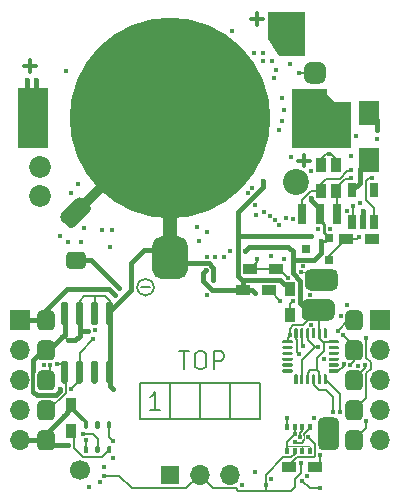
<source format=gtl>
%TF.GenerationSoftware,KiCad,Pcbnew,(5.1.12)-1*%
%TF.CreationDate,2023-02-20T19:38:16+01:00*%
%TF.ProjectId,SolarSensorTagEFM32,536f6c61-7253-4656-9e73-6f7254616745,rev?*%
%TF.SameCoordinates,Original*%
%TF.FileFunction,Copper,L1,Top*%
%TF.FilePolarity,Positive*%
%FSLAX46Y46*%
G04 Gerber Fmt 4.6, Leading zero omitted, Abs format (unit mm)*
G04 Created by KiCad (PCBNEW (5.1.12)-1) date 2023-02-20 19:38:16*
%MOMM*%
%LPD*%
G01*
G04 APERTURE LIST*
%TA.AperFunction,NonConductor*%
%ADD10C,0.150000*%
%TD*%
%TA.AperFunction,NonConductor*%
%ADD11C,0.200000*%
%TD*%
%TA.AperFunction,NonConductor*%
%ADD12C,0.300000*%
%TD*%
%TA.AperFunction,EtchedComponent*%
%ADD13C,0.200000*%
%TD*%
%TA.AperFunction,SMDPad,CuDef*%
%ADD14R,1.200000X0.900000*%
%TD*%
%TA.AperFunction,ComponentPad*%
%ADD15C,2.200000*%
%TD*%
%TA.AperFunction,SMDPad,CuDef*%
%ADD16C,0.100000*%
%TD*%
%TA.AperFunction,SMDPad,CuDef*%
%ADD17R,2.600000X5.100000*%
%TD*%
%TA.AperFunction,SMDPad,CuDef*%
%ADD18C,17.000000*%
%TD*%
%TA.AperFunction,ComponentPad*%
%ADD19C,1.850000*%
%TD*%
%TA.AperFunction,ComponentPad*%
%ADD20R,1.500000X1.500000*%
%TD*%
%TA.AperFunction,ComponentPad*%
%ADD21O,1.700000X1.700000*%
%TD*%
%TA.AperFunction,ComponentPad*%
%ADD22C,1.700000*%
%TD*%
%TA.AperFunction,SMDPad,CuDef*%
%ADD23R,0.800000X1.200000*%
%TD*%
%TA.AperFunction,SMDPad,CuDef*%
%ADD24R,0.650000X1.200000*%
%TD*%
%TA.AperFunction,SMDPad,CuDef*%
%ADD25R,0.600000X1.200000*%
%TD*%
%TA.AperFunction,SMDPad,CuDef*%
%ADD26R,0.800000X1.800000*%
%TD*%
%TA.AperFunction,SMDPad,CuDef*%
%ADD27R,1.700000X2.000000*%
%TD*%
%TA.AperFunction,SMDPad,CuDef*%
%ADD28R,0.800000X0.800000*%
%TD*%
%TA.AperFunction,SMDPad,CuDef*%
%ADD29R,0.350000X0.500000*%
%TD*%
%TA.AperFunction,ComponentPad*%
%ADD30R,1.700000X1.700000*%
%TD*%
%TA.AperFunction,SMDPad,CuDef*%
%ADD31R,0.900000X1.200000*%
%TD*%
%TA.AperFunction,ViaPad*%
%ADD32C,0.400000*%
%TD*%
%TA.AperFunction,Conductor*%
%ADD33C,0.200000*%
%TD*%
%TA.AperFunction,Conductor*%
%ADD34C,0.100000*%
%TD*%
%TA.AperFunction,Conductor*%
%ADD35C,0.400000*%
%TD*%
%TA.AperFunction,Conductor*%
%ADD36C,0.300000*%
%TD*%
%TA.AperFunction,Conductor*%
%ADD37C,0.240000*%
%TD*%
G04 APERTURE END LIST*
D10*
X-3873500Y-1005000D02*
G75*
G03*
X-3873500Y-1005000I-700000J0D01*
G01*
X-4953000Y-1016000D02*
X-4191000Y-1016000D01*
X5080000Y-12192000D02*
X-5080000Y-12192000D01*
X5080000Y-9144000D02*
X5080000Y-12192000D01*
X2540000Y-9144000D02*
X2540000Y-12192000D01*
X0Y-9144000D02*
X0Y-12192000D01*
X-5080000Y-12192000D02*
X-5080000Y-9144000D01*
X-2540000Y-9144000D02*
X-2540000Y-12192000D01*
X-5080000Y-9144000D02*
X5080000Y-9144000D01*
D11*
X-3330628Y-11378571D02*
X-4187771Y-11378571D01*
X-3759200Y-11378571D02*
X-3759200Y-9878571D01*
X-3902057Y-10092857D01*
X-4044914Y-10235714D01*
X-4187771Y-10307142D01*
D12*
X8331261Y9727142D02*
X9321738Y9727142D01*
X8826500Y9231904D02*
X8826500Y10222380D01*
X4381561Y21700342D02*
X5372038Y21700342D01*
X4876800Y21205104D02*
X4876800Y22195580D01*
X-14846238Y17727142D02*
X-13855761Y17727142D01*
X-14351000Y17231904D02*
X-14351000Y18222380D01*
D11*
X-1710285Y-6442971D02*
X-853142Y-6442971D01*
X-1281714Y-7942971D02*
X-1281714Y-6442971D01*
X-67428Y-6442971D02*
X218285Y-6442971D01*
X361142Y-6514400D01*
X504000Y-6657257D01*
X575428Y-6942971D01*
X575428Y-7442971D01*
X504000Y-7728685D01*
X361142Y-7871542D01*
X218285Y-7942971D01*
X-67428Y-7942971D01*
X-210285Y-7871542D01*
X-353142Y-7728685D01*
X-424571Y-7442971D01*
X-424571Y-6942971D01*
X-353142Y-6657257D01*
X-210285Y-6514400D01*
X-67428Y-6442971D01*
X1218285Y-7942971D02*
X1218285Y-6442971D01*
X1789714Y-6442971D01*
X1932571Y-6514400D01*
X2003999Y-6585828D01*
X2075428Y-6728685D01*
X2075428Y-6942971D01*
X2003999Y-7085828D01*
X1932571Y-7157257D01*
X1789714Y-7228685D01*
X1218285Y-7228685D01*
D13*
%TO.C,R3*%
X4847500Y571500D02*
X5947500Y571500D01*
%TD*%
D14*
%TO.P,D7,2*%
%TO.N,/SP+*%
X12362000Y3048000D03*
%TO.P,D7,1*%
%TO.N,/VBAT*%
X14562000Y3048000D03*
%TD*%
%TO.P,IC_S2,6*%
%TO.N,GND*%
%TA.AperFunction,SMDPad,CuDef*%
G36*
G01*
X-9548500Y-12971000D02*
X-9723500Y-12971000D01*
G75*
G02*
X-9811000Y-12883500I0J87500D01*
G01*
X-9811000Y-12448500D01*
G75*
G02*
X-9723500Y-12361000I87500J0D01*
G01*
X-9548500Y-12361000D01*
G75*
G02*
X-9461000Y-12448500I0J-87500D01*
G01*
X-9461000Y-12883500D01*
G75*
G02*
X-9548500Y-12971000I-87500J0D01*
G01*
G37*
%TD.AperFunction*%
%TO.P,IC_S2,5*%
%TO.N,N/C*%
%TA.AperFunction,SMDPad,CuDef*%
G36*
G01*
X-8548500Y-12971000D02*
X-8723500Y-12971000D01*
G75*
G02*
X-8811000Y-12883500I0J87500D01*
G01*
X-8811000Y-12448500D01*
G75*
G02*
X-8723500Y-12361000I87500J0D01*
G01*
X-8548500Y-12361000D01*
G75*
G02*
X-8461000Y-12448500I0J-87500D01*
G01*
X-8461000Y-12883500D01*
G75*
G02*
X-8548500Y-12971000I-87500J0D01*
G01*
G37*
%TD.AperFunction*%
%TO.P,IC_S2,4*%
%TO.N,/VI2C*%
%TA.AperFunction,SMDPad,CuDef*%
G36*
G01*
X-7548500Y-12971000D02*
X-7723500Y-12971000D01*
G75*
G02*
X-7811000Y-12883500I0J87500D01*
G01*
X-7811000Y-12448500D01*
G75*
G02*
X-7723500Y-12361000I87500J0D01*
G01*
X-7548500Y-12361000D01*
G75*
G02*
X-7461000Y-12448500I0J-87500D01*
G01*
X-7461000Y-12883500D01*
G75*
G02*
X-7548500Y-12971000I-87500J0D01*
G01*
G37*
%TD.AperFunction*%
%TO.P,IC_S2,3*%
%TO.N,Net-(C_S2-Pad2)*%
%TA.AperFunction,SMDPad,CuDef*%
G36*
G01*
X-7548500Y-15071000D02*
X-7723500Y-15071000D01*
G75*
G02*
X-7811000Y-14983500I0J87500D01*
G01*
X-7811000Y-14548500D01*
G75*
G02*
X-7723500Y-14461000I87500J0D01*
G01*
X-7548500Y-14461000D01*
G75*
G02*
X-7461000Y-14548500I0J-87500D01*
G01*
X-7461000Y-14983500D01*
G75*
G02*
X-7548500Y-15071000I-87500J0D01*
G01*
G37*
%TD.AperFunction*%
%TO.P,IC_S2,2*%
%TO.N,/I2C_SDA*%
%TA.AperFunction,SMDPad,CuDef*%
G36*
G01*
X-8548500Y-15071000D02*
X-8723500Y-15071000D01*
G75*
G02*
X-8811000Y-14983500I0J87500D01*
G01*
X-8811000Y-14548500D01*
G75*
G02*
X-8723500Y-14461000I87500J0D01*
G01*
X-8548500Y-14461000D01*
G75*
G02*
X-8461000Y-14548500I0J-87500D01*
G01*
X-8461000Y-14983500D01*
G75*
G02*
X-8548500Y-15071000I-87500J0D01*
G01*
G37*
%TD.AperFunction*%
%TO.P,IC_S2,1*%
%TO.N,/I2C_SCL*%
%TA.AperFunction,SMDPad,CuDef*%
G36*
G01*
X-9548500Y-15071000D02*
X-9723500Y-15071000D01*
G75*
G02*
X-9811000Y-14983500I0J87500D01*
G01*
X-9811000Y-14548500D01*
G75*
G02*
X-9723500Y-14461000I87500J0D01*
G01*
X-9548500Y-14461000D01*
G75*
G02*
X-9461000Y-14548500I0J-87500D01*
G01*
X-9461000Y-14983500D01*
G75*
G02*
X-9548500Y-15071000I-87500J0D01*
G01*
G37*
%TD.AperFunction*%
%TD*%
D15*
%TO.P,IC6,33*%
%TO.N,GND*%
X8144000Y7869000D03*
%TD*%
%TA.AperFunction,SMDPad,CuDef*%
D16*
%TO.P,BT1,1*%
%TO.N,/VBAT*%
G36*
X7800000Y15800000D02*
G01*
X10800000Y15800000D01*
X10800000Y15400000D01*
X11500000Y14700000D01*
X12800000Y14700000D01*
X12800000Y10800000D01*
X7800000Y10800000D01*
X7800000Y15800000D01*
G37*
%TD.AperFunction*%
%TA.AperFunction,SMDPad,CuDef*%
G36*
X5800000Y20000000D02*
G01*
X5800000Y22300000D01*
X8900000Y22300000D01*
X8900000Y18600000D01*
X6700000Y18600000D01*
X5800000Y20000000D01*
G37*
%TD.AperFunction*%
%TO.P,BT1,2*%
%TO.N,GND*%
%TA.AperFunction,SMDPad,CuDef*%
G36*
G01*
X-7930762Y8152081D02*
X-7647919Y7869238D01*
G75*
G02*
X-7647919Y7586396I-141421J-141421D01*
G01*
X-9486396Y5747919D01*
G75*
G02*
X-9769238Y5747919I-141421J141421D01*
G01*
X-10052081Y6030762D01*
G75*
G02*
X-10052081Y6313604I141421J141421D01*
G01*
X-8213604Y8152081D01*
G75*
G02*
X-7930762Y8152081I141421J-141421D01*
G01*
G37*
%TD.AperFunction*%
%TA.AperFunction,SMDPad,CuDef*%
G36*
G01*
X-9863604Y6502082D02*
X-9297918Y5936396D01*
G75*
G02*
X-9297918Y5370710I-282843J-282843D01*
G01*
X-10570710Y4097918D01*
G75*
G02*
X-11136396Y4097918I-282843J282843D01*
G01*
X-11702082Y4663604D01*
G75*
G02*
X-11702082Y5229290I282843J282843D01*
G01*
X-10429290Y6502082D01*
G75*
G02*
X-9863604Y6502082I282843J-282843D01*
G01*
G37*
%TD.AperFunction*%
%TA.AperFunction,SMDPad,CuDef*%
G36*
G01*
X-1000000Y2550000D02*
X-1000000Y450000D01*
G75*
G02*
X-1750000Y-300000I-750000J0D01*
G01*
X-3250000Y-300000D01*
G75*
G02*
X-4000000Y450000I0J750000D01*
G01*
X-4000000Y2550000D01*
G75*
G02*
X-3250000Y3300000I750000J0D01*
G01*
X-1750000Y3300000D01*
G75*
G02*
X-1000000Y2550000I0J-750000D01*
G01*
G37*
%TD.AperFunction*%
D17*
%TO.P,BT1,1*%
%TO.N,/VBAT*%
X-14100000Y13300000D03*
D18*
%TO.P,BT1,2*%
%TO.N,GND*%
X-2500000Y13300000D03*
%TA.AperFunction,SMDPad,CuDef*%
G36*
G01*
X-1900000Y6000000D02*
X-1900000Y2600000D01*
G75*
G02*
X-2200000Y2300000I-300000J0D01*
G01*
X-2800000Y2300000D01*
G75*
G02*
X-3100000Y2600000I0J300000D01*
G01*
X-3100000Y6000000D01*
G75*
G02*
X-2800000Y6300000I300000J0D01*
G01*
X-2200000Y6300000D01*
G75*
G02*
X-1900000Y6000000I0J-300000D01*
G01*
G37*
%TD.AperFunction*%
%TD*%
D19*
%TO.P,TRX1,10*%
%TO.N,N/C*%
X-13500000Y9200000D03*
%TO.P,TRX1,9*%
X-13500000Y6700000D03*
%TD*%
%TO.P,J4,1*%
%TO.N,/VBAT*%
%TA.AperFunction,SMDPad,CuDef*%
G36*
G01*
X-9985000Y520000D02*
X-10935000Y520000D01*
G75*
G02*
X-11310000Y895000I0J375000D01*
G01*
X-11310000Y1645000D01*
G75*
G02*
X-10935000Y2020000I375000J0D01*
G01*
X-9985000Y2020000D01*
G75*
G02*
X-9610000Y1645000I0J-375000D01*
G01*
X-9610000Y895000D01*
G75*
G02*
X-9985000Y520000I-375000J0D01*
G01*
G37*
%TD.AperFunction*%
%TD*%
%TO.P,IC_S8,24*%
%TO.N,/I2C_SDA*%
%TA.AperFunction,SMDPad,CuDef*%
G36*
G01*
X8223000Y-5333000D02*
X8073000Y-5333000D01*
G75*
G02*
X7998000Y-5258000I0J75000D01*
G01*
X7998000Y-4558000D01*
G75*
G02*
X8073000Y-4483000I75000J0D01*
G01*
X8223000Y-4483000D01*
G75*
G02*
X8298000Y-4558000I0J-75000D01*
G01*
X8298000Y-5258000D01*
G75*
G02*
X8223000Y-5333000I-75000J0D01*
G01*
G37*
%TD.AperFunction*%
%TO.P,IC_S8,23*%
%TO.N,/I2C_SCL*%
%TA.AperFunction,SMDPad,CuDef*%
G36*
G01*
X8723000Y-5333000D02*
X8573000Y-5333000D01*
G75*
G02*
X8498000Y-5258000I0J75000D01*
G01*
X8498000Y-4558000D01*
G75*
G02*
X8573000Y-4483000I75000J0D01*
G01*
X8723000Y-4483000D01*
G75*
G02*
X8798000Y-4558000I0J-75000D01*
G01*
X8798000Y-5258000D01*
G75*
G02*
X8723000Y-5333000I-75000J0D01*
G01*
G37*
%TD.AperFunction*%
%TO.P,IC_S8,22*%
%TO.N,/VI2C*%
%TA.AperFunction,SMDPad,CuDef*%
G36*
G01*
X9223000Y-5333000D02*
X9073000Y-5333000D01*
G75*
G02*
X8998000Y-5258000I0J75000D01*
G01*
X8998000Y-4558000D01*
G75*
G02*
X9073000Y-4483000I75000J0D01*
G01*
X9223000Y-4483000D01*
G75*
G02*
X9298000Y-4558000I0J-75000D01*
G01*
X9298000Y-5258000D01*
G75*
G02*
X9223000Y-5333000I-75000J0D01*
G01*
G37*
%TD.AperFunction*%
%TO.P,IC_S8,21*%
%TO.N,N/C*%
%TA.AperFunction,SMDPad,CuDef*%
G36*
G01*
X9723000Y-5333000D02*
X9573000Y-5333000D01*
G75*
G02*
X9498000Y-5258000I0J75000D01*
G01*
X9498000Y-4558000D01*
G75*
G02*
X9573000Y-4483000I75000J0D01*
G01*
X9723000Y-4483000D01*
G75*
G02*
X9798000Y-4558000I0J-75000D01*
G01*
X9798000Y-5258000D01*
G75*
G02*
X9723000Y-5333000I-75000J0D01*
G01*
G37*
%TD.AperFunction*%
%TO.P,IC_S8,20*%
%TO.N,GND*%
%TA.AperFunction,SMDPad,CuDef*%
G36*
G01*
X10223000Y-5333000D02*
X10073000Y-5333000D01*
G75*
G02*
X9998000Y-5258000I0J75000D01*
G01*
X9998000Y-4558000D01*
G75*
G02*
X10073000Y-4483000I75000J0D01*
G01*
X10223000Y-4483000D01*
G75*
G02*
X10298000Y-4558000I0J-75000D01*
G01*
X10298000Y-5258000D01*
G75*
G02*
X10223000Y-5333000I-75000J0D01*
G01*
G37*
%TD.AperFunction*%
%TO.P,IC_S8,19*%
%TO.N,N/C*%
%TA.AperFunction,SMDPad,CuDef*%
G36*
G01*
X10723000Y-5333000D02*
X10573000Y-5333000D01*
G75*
G02*
X10498000Y-5258000I0J75000D01*
G01*
X10498000Y-4558000D01*
G75*
G02*
X10573000Y-4483000I75000J0D01*
G01*
X10723000Y-4483000D01*
G75*
G02*
X10798000Y-4558000I0J-75000D01*
G01*
X10798000Y-5258000D01*
G75*
G02*
X10723000Y-5333000I-75000J0D01*
G01*
G37*
%TD.AperFunction*%
%TO.P,IC_S8,18*%
%TO.N,GND*%
%TA.AperFunction,SMDPad,CuDef*%
G36*
G01*
X10923000Y-5683000D02*
X10923000Y-5533000D01*
G75*
G02*
X10998000Y-5458000I75000J0D01*
G01*
X11698000Y-5458000D01*
G75*
G02*
X11773000Y-5533000I0J-75000D01*
G01*
X11773000Y-5683000D01*
G75*
G02*
X11698000Y-5758000I-75000J0D01*
G01*
X10998000Y-5758000D01*
G75*
G02*
X10923000Y-5683000I0J75000D01*
G01*
G37*
%TD.AperFunction*%
%TO.P,IC_S8,17*%
%TO.N,N/C*%
%TA.AperFunction,SMDPad,CuDef*%
G36*
G01*
X10923000Y-6183000D02*
X10923000Y-6033000D01*
G75*
G02*
X10998000Y-5958000I75000J0D01*
G01*
X11698000Y-5958000D01*
G75*
G02*
X11773000Y-6033000I0J-75000D01*
G01*
X11773000Y-6183000D01*
G75*
G02*
X11698000Y-6258000I-75000J0D01*
G01*
X10998000Y-6258000D01*
G75*
G02*
X10923000Y-6183000I0J75000D01*
G01*
G37*
%TD.AperFunction*%
%TO.P,IC_S8,16*%
%TA.AperFunction,SMDPad,CuDef*%
G36*
G01*
X10923000Y-6683000D02*
X10923000Y-6533000D01*
G75*
G02*
X10998000Y-6458000I75000J0D01*
G01*
X11698000Y-6458000D01*
G75*
G02*
X11773000Y-6533000I0J-75000D01*
G01*
X11773000Y-6683000D01*
G75*
G02*
X11698000Y-6758000I-75000J0D01*
G01*
X10998000Y-6758000D01*
G75*
G02*
X10923000Y-6683000I0J75000D01*
G01*
G37*
%TD.AperFunction*%
%TO.P,IC_S8,15*%
%TA.AperFunction,SMDPad,CuDef*%
G36*
G01*
X10923000Y-7183000D02*
X10923000Y-7033000D01*
G75*
G02*
X10998000Y-6958000I75000J0D01*
G01*
X11698000Y-6958000D01*
G75*
G02*
X11773000Y-7033000I0J-75000D01*
G01*
X11773000Y-7183000D01*
G75*
G02*
X11698000Y-7258000I-75000J0D01*
G01*
X10998000Y-7258000D01*
G75*
G02*
X10923000Y-7183000I0J75000D01*
G01*
G37*
%TD.AperFunction*%
%TO.P,IC_S8,14*%
%TA.AperFunction,SMDPad,CuDef*%
G36*
G01*
X10923000Y-7683000D02*
X10923000Y-7533000D01*
G75*
G02*
X10998000Y-7458000I75000J0D01*
G01*
X11698000Y-7458000D01*
G75*
G02*
X11773000Y-7533000I0J-75000D01*
G01*
X11773000Y-7683000D01*
G75*
G02*
X11698000Y-7758000I-75000J0D01*
G01*
X10998000Y-7758000D01*
G75*
G02*
X10923000Y-7683000I0J75000D01*
G01*
G37*
%TD.AperFunction*%
%TO.P,IC_S8,13*%
%TO.N,+3V0*%
%TA.AperFunction,SMDPad,CuDef*%
G36*
G01*
X10923000Y-8183000D02*
X10923000Y-8033000D01*
G75*
G02*
X10998000Y-7958000I75000J0D01*
G01*
X11698000Y-7958000D01*
G75*
G02*
X11773000Y-8033000I0J-75000D01*
G01*
X11773000Y-8183000D01*
G75*
G02*
X11698000Y-8258000I-75000J0D01*
G01*
X10998000Y-8258000D01*
G75*
G02*
X10923000Y-8183000I0J75000D01*
G01*
G37*
%TD.AperFunction*%
%TO.P,IC_S8,12*%
%TO.N,Net-(D_S78-Pad2)*%
%TA.AperFunction,SMDPad,CuDef*%
G36*
G01*
X10723000Y-9233000D02*
X10573000Y-9233000D01*
G75*
G02*
X10498000Y-9158000I0J75000D01*
G01*
X10498000Y-8458000D01*
G75*
G02*
X10573000Y-8383000I75000J0D01*
G01*
X10723000Y-8383000D01*
G75*
G02*
X10798000Y-8458000I0J-75000D01*
G01*
X10798000Y-9158000D01*
G75*
G02*
X10723000Y-9233000I-75000J0D01*
G01*
G37*
%TD.AperFunction*%
%TO.P,IC_S8,11*%
%TO.N,GND*%
%TA.AperFunction,SMDPad,CuDef*%
G36*
G01*
X10223000Y-9233000D02*
X10073000Y-9233000D01*
G75*
G02*
X9998000Y-9158000I0J75000D01*
G01*
X9998000Y-8458000D01*
G75*
G02*
X10073000Y-8383000I75000J0D01*
G01*
X10223000Y-8383000D01*
G75*
G02*
X10298000Y-8458000I0J-75000D01*
G01*
X10298000Y-9158000D01*
G75*
G02*
X10223000Y-9233000I-75000J0D01*
G01*
G37*
%TD.AperFunction*%
%TO.P,IC_S8,10*%
%TO.N,Net-(C_S8-Pad2)*%
%TA.AperFunction,SMDPad,CuDef*%
G36*
G01*
X9723000Y-9233000D02*
X9573000Y-9233000D01*
G75*
G02*
X9498000Y-9158000I0J75000D01*
G01*
X9498000Y-8458000D01*
G75*
G02*
X9573000Y-8383000I75000J0D01*
G01*
X9723000Y-8383000D01*
G75*
G02*
X9798000Y-8458000I0J-75000D01*
G01*
X9798000Y-9158000D01*
G75*
G02*
X9723000Y-9233000I-75000J0D01*
G01*
G37*
%TD.AperFunction*%
%TO.P,IC_S8,9*%
%TO.N,GND*%
%TA.AperFunction,SMDPad,CuDef*%
G36*
G01*
X9223000Y-9233000D02*
X9073000Y-9233000D01*
G75*
G02*
X8998000Y-9158000I0J75000D01*
G01*
X8998000Y-8458000D01*
G75*
G02*
X9073000Y-8383000I75000J0D01*
G01*
X9223000Y-8383000D01*
G75*
G02*
X9298000Y-8458000I0J-75000D01*
G01*
X9298000Y-9158000D01*
G75*
G02*
X9223000Y-9233000I-75000J0D01*
G01*
G37*
%TD.AperFunction*%
%TO.P,IC_S8,8*%
%TO.N,/VI2C*%
%TA.AperFunction,SMDPad,CuDef*%
G36*
G01*
X8723000Y-9233000D02*
X8573000Y-9233000D01*
G75*
G02*
X8498000Y-9158000I0J75000D01*
G01*
X8498000Y-8458000D01*
G75*
G02*
X8573000Y-8383000I75000J0D01*
G01*
X8723000Y-8383000D01*
G75*
G02*
X8798000Y-8458000I0J-75000D01*
G01*
X8798000Y-9158000D01*
G75*
G02*
X8723000Y-9233000I-75000J0D01*
G01*
G37*
%TD.AperFunction*%
%TO.P,IC_S8,7*%
%TO.N,N/C*%
%TA.AperFunction,SMDPad,CuDef*%
G36*
G01*
X8223000Y-9233000D02*
X8073000Y-9233000D01*
G75*
G02*
X7998000Y-9158000I0J75000D01*
G01*
X7998000Y-8458000D01*
G75*
G02*
X8073000Y-8383000I75000J0D01*
G01*
X8223000Y-8383000D01*
G75*
G02*
X8298000Y-8458000I0J-75000D01*
G01*
X8298000Y-9158000D01*
G75*
G02*
X8223000Y-9233000I-75000J0D01*
G01*
G37*
%TD.AperFunction*%
%TO.P,IC_S8,6*%
%TA.AperFunction,SMDPad,CuDef*%
G36*
G01*
X7023000Y-8183000D02*
X7023000Y-8033000D01*
G75*
G02*
X7098000Y-7958000I75000J0D01*
G01*
X7798000Y-7958000D01*
G75*
G02*
X7873000Y-8033000I0J-75000D01*
G01*
X7873000Y-8183000D01*
G75*
G02*
X7798000Y-8258000I-75000J0D01*
G01*
X7098000Y-8258000D01*
G75*
G02*
X7023000Y-8183000I0J75000D01*
G01*
G37*
%TD.AperFunction*%
%TO.P,IC_S8,5*%
%TA.AperFunction,SMDPad,CuDef*%
G36*
G01*
X7023000Y-7683000D02*
X7023000Y-7533000D01*
G75*
G02*
X7098000Y-7458000I75000J0D01*
G01*
X7798000Y-7458000D01*
G75*
G02*
X7873000Y-7533000I0J-75000D01*
G01*
X7873000Y-7683000D01*
G75*
G02*
X7798000Y-7758000I-75000J0D01*
G01*
X7098000Y-7758000D01*
G75*
G02*
X7023000Y-7683000I0J75000D01*
G01*
G37*
%TD.AperFunction*%
%TO.P,IC_S8,4*%
%TA.AperFunction,SMDPad,CuDef*%
G36*
G01*
X7023000Y-7183000D02*
X7023000Y-7033000D01*
G75*
G02*
X7098000Y-6958000I75000J0D01*
G01*
X7798000Y-6958000D01*
G75*
G02*
X7873000Y-7033000I0J-75000D01*
G01*
X7873000Y-7183000D01*
G75*
G02*
X7798000Y-7258000I-75000J0D01*
G01*
X7098000Y-7258000D01*
G75*
G02*
X7023000Y-7183000I0J75000D01*
G01*
G37*
%TD.AperFunction*%
%TO.P,IC_S8,3*%
%TA.AperFunction,SMDPad,CuDef*%
G36*
G01*
X7023000Y-6683000D02*
X7023000Y-6533000D01*
G75*
G02*
X7098000Y-6458000I75000J0D01*
G01*
X7798000Y-6458000D01*
G75*
G02*
X7873000Y-6533000I0J-75000D01*
G01*
X7873000Y-6683000D01*
G75*
G02*
X7798000Y-6758000I-75000J0D01*
G01*
X7098000Y-6758000D01*
G75*
G02*
X7023000Y-6683000I0J75000D01*
G01*
G37*
%TD.AperFunction*%
%TO.P,IC_S8,2*%
%TA.AperFunction,SMDPad,CuDef*%
G36*
G01*
X7023000Y-6183000D02*
X7023000Y-6033000D01*
G75*
G02*
X7098000Y-5958000I75000J0D01*
G01*
X7798000Y-5958000D01*
G75*
G02*
X7873000Y-6033000I0J-75000D01*
G01*
X7873000Y-6183000D01*
G75*
G02*
X7798000Y-6258000I-75000J0D01*
G01*
X7098000Y-6258000D01*
G75*
G02*
X7023000Y-6183000I0J75000D01*
G01*
G37*
%TD.AperFunction*%
%TO.P,IC_S8,1*%
%TO.N,GND*%
%TA.AperFunction,SMDPad,CuDef*%
G36*
G01*
X7023000Y-5683000D02*
X7023000Y-5533000D01*
G75*
G02*
X7098000Y-5458000I75000J0D01*
G01*
X7798000Y-5458000D01*
G75*
G02*
X7873000Y-5533000I0J-75000D01*
G01*
X7873000Y-5683000D01*
G75*
G02*
X7798000Y-5758000I-75000J0D01*
G01*
X7098000Y-5758000D01*
G75*
G02*
X7023000Y-5683000I0J75000D01*
G01*
G37*
%TD.AperFunction*%
%TD*%
%TO.P,IC_S1,8*%
%TO.N,/VI2C*%
%TA.AperFunction,SMDPad,CuDef*%
G36*
G01*
X-11280000Y-4215000D02*
X-11580000Y-4215000D01*
G75*
G02*
X-11730000Y-4065000I0J150000D01*
G01*
X-11730000Y-2415000D01*
G75*
G02*
X-11580000Y-2265000I150000J0D01*
G01*
X-11280000Y-2265000D01*
G75*
G02*
X-11130000Y-2415000I0J-150000D01*
G01*
X-11130000Y-4065000D01*
G75*
G02*
X-11280000Y-4215000I-150000J0D01*
G01*
G37*
%TD.AperFunction*%
%TO.P,IC_S1,7*%
%TO.N,GND*%
%TA.AperFunction,SMDPad,CuDef*%
G36*
G01*
X-10010000Y-4215000D02*
X-10310000Y-4215000D01*
G75*
G02*
X-10460000Y-4065000I0J150000D01*
G01*
X-10460000Y-2415000D01*
G75*
G02*
X-10310000Y-2265000I150000J0D01*
G01*
X-10010000Y-2265000D01*
G75*
G02*
X-9860000Y-2415000I0J-150000D01*
G01*
X-9860000Y-4065000D01*
G75*
G02*
X-10010000Y-4215000I-150000J0D01*
G01*
G37*
%TD.AperFunction*%
%TO.P,IC_S1,6*%
%TA.AperFunction,SMDPad,CuDef*%
G36*
G01*
X-8740000Y-4215000D02*
X-9040000Y-4215000D01*
G75*
G02*
X-9190000Y-4065000I0J150000D01*
G01*
X-9190000Y-2415000D01*
G75*
G02*
X-9040000Y-2265000I150000J0D01*
G01*
X-8740000Y-2265000D01*
G75*
G02*
X-8590000Y-2415000I0J-150000D01*
G01*
X-8590000Y-4065000D01*
G75*
G02*
X-8740000Y-4215000I-150000J0D01*
G01*
G37*
%TD.AperFunction*%
%TO.P,IC_S1,5*%
%TA.AperFunction,SMDPad,CuDef*%
G36*
G01*
X-7470000Y-4215000D02*
X-7770000Y-4215000D01*
G75*
G02*
X-7920000Y-4065000I0J150000D01*
G01*
X-7920000Y-2415000D01*
G75*
G02*
X-7770000Y-2265000I150000J0D01*
G01*
X-7470000Y-2265000D01*
G75*
G02*
X-7320000Y-2415000I0J-150000D01*
G01*
X-7320000Y-4065000D01*
G75*
G02*
X-7470000Y-4215000I-150000J0D01*
G01*
G37*
%TD.AperFunction*%
%TO.P,IC_S1,4*%
%TA.AperFunction,SMDPad,CuDef*%
G36*
G01*
X-7470000Y-9165000D02*
X-7770000Y-9165000D01*
G75*
G02*
X-7920000Y-9015000I0J150000D01*
G01*
X-7920000Y-7365000D01*
G75*
G02*
X-7770000Y-7215000I150000J0D01*
G01*
X-7470000Y-7215000D01*
G75*
G02*
X-7320000Y-7365000I0J-150000D01*
G01*
X-7320000Y-9015000D01*
G75*
G02*
X-7470000Y-9165000I-150000J0D01*
G01*
G37*
%TD.AperFunction*%
%TO.P,IC_S1,3*%
%TO.N,N/C*%
%TA.AperFunction,SMDPad,CuDef*%
G36*
G01*
X-8740000Y-9165000D02*
X-9040000Y-9165000D01*
G75*
G02*
X-9190000Y-9015000I0J150000D01*
G01*
X-9190000Y-7365000D01*
G75*
G02*
X-9040000Y-7215000I150000J0D01*
G01*
X-8740000Y-7215000D01*
G75*
G02*
X-8590000Y-7365000I0J-150000D01*
G01*
X-8590000Y-9015000D01*
G75*
G02*
X-8740000Y-9165000I-150000J0D01*
G01*
G37*
%TD.AperFunction*%
%TO.P,IC_S1,2*%
%TO.N,/I2C_SCL*%
%TA.AperFunction,SMDPad,CuDef*%
G36*
G01*
X-10010000Y-9165000D02*
X-10310000Y-9165000D01*
G75*
G02*
X-10460000Y-9015000I0J150000D01*
G01*
X-10460000Y-7365000D01*
G75*
G02*
X-10310000Y-7215000I150000J0D01*
G01*
X-10010000Y-7215000D01*
G75*
G02*
X-9860000Y-7365000I0J-150000D01*
G01*
X-9860000Y-9015000D01*
G75*
G02*
X-10010000Y-9165000I-150000J0D01*
G01*
G37*
%TD.AperFunction*%
%TO.P,IC_S1,1*%
%TO.N,/I2C_SDA*%
%TA.AperFunction,SMDPad,CuDef*%
G36*
G01*
X-11280000Y-9165000D02*
X-11580000Y-9165000D01*
G75*
G02*
X-11730000Y-9015000I0J150000D01*
G01*
X-11730000Y-7365000D01*
G75*
G02*
X-11580000Y-7215000I150000J0D01*
G01*
X-11280000Y-7215000D01*
G75*
G02*
X-11130000Y-7365000I0J-150000D01*
G01*
X-11130000Y-9015000D01*
G75*
G02*
X-11280000Y-9165000I-150000J0D01*
G01*
G37*
%TD.AperFunction*%
%TD*%
D20*
%TO.P,D4,1*%
%TO.N,/DLED_R*%
X-2540000Y-16891000D03*
D21*
%TO.P,D4,2*%
%TO.N,GND*%
X0Y-16891000D03*
%TO.P,D4,3*%
%TO.N,/DLED_G*%
X2540000Y-16891000D03*
%TD*%
D22*
%TO.P,J2,1*%
%TO.N,/~TA~*%
X-10160000Y-16510000D03*
%TD*%
%TO.P,SP1,~*%
%TO.N,/SP+*%
%TA.AperFunction,SMDPad,CuDef*%
G36*
G01*
X8871000Y16695000D02*
X8871000Y17595000D01*
G75*
G02*
X9321000Y18045000I450000J0D01*
G01*
X10221000Y18045000D01*
G75*
G02*
X10671000Y17595000I0J-450000D01*
G01*
X10671000Y16695000D01*
G75*
G02*
X10221000Y16245000I-450000J0D01*
G01*
X9321000Y16245000D01*
G75*
G02*
X8871000Y16695000I0J450000D01*
G01*
G37*
%TD.AperFunction*%
%TD*%
D14*
%TO.P,R3,1*%
%TO.N,/~TA~*%
X4297500Y571500D03*
%TO.P,R3,2*%
%TO.N,Net-(D2-Pad1)*%
X6497500Y571500D03*
%TD*%
D23*
%TO.P,IC5,5*%
%TO.N,+3V0*%
X12893000Y7192000D03*
%TO.P,IC5,4*%
%TO.N,N/C*%
X14793000Y7192000D03*
D24*
%TO.P,IC5,3*%
%TO.N,Net-(C3-Pad2)*%
X14793000Y4492000D03*
D25*
%TO.P,IC5,2*%
%TO.N,GND*%
X13843000Y4492000D03*
D24*
%TO.P,IC5,1*%
%TO.N,/VBAT*%
X12893000Y4492000D03*
%TD*%
D26*
%TO.P,Y2,2*%
%TO.N,GND*%
X10160000Y5207000D03*
%TO.P,Y2,1*%
%TO.N,/X2*%
X11660000Y5207000D03*
%TO.P,Y2,3*%
%TO.N,/X1*%
X8660000Y5207000D03*
%TD*%
%TO.P,TA1,~*%
%TO.N,/TA1*%
%TA.AperFunction,SMDPad,CuDef*%
G36*
G01*
X8912400Y-831000D02*
X8912400Y69000D01*
G75*
G02*
X9362400Y519000I450000J0D01*
G01*
X11262400Y519000D01*
G75*
G02*
X11712400Y69000I0J-450000D01*
G01*
X11712400Y-831000D01*
G75*
G02*
X11262400Y-1281000I-450000J0D01*
G01*
X9362400Y-1281000D01*
G75*
G02*
X8912400Y-831000I0J450000D01*
G01*
G37*
%TD.AperFunction*%
%TD*%
D27*
%TO.P,C4,1*%
%TO.N,+3V0*%
X14351000Y9766800D03*
%TO.P,C4,2*%
%TO.N,GND*%
X14351000Y13766800D03*
%TD*%
D28*
%TO.P,IC1,3*%
%TO.N,N/C*%
X8985500Y2225000D03*
%TO.P,IC1,2*%
%TO.N,GND*%
X10985500Y3175000D03*
%TO.P,IC1,1*%
%TO.N,/SP+*%
X10985500Y1275000D03*
%TD*%
D29*
%TO.P,IC_S4,4*%
%TO.N,/I2C_SCL*%
X9357000Y-12818000D03*
%TO.P,IC_S4,3*%
%TO.N,/I2C_SDA*%
X8707000Y-12818000D03*
%TO.P,IC_S4,2*%
%TO.N,/VI2C*%
X8057000Y-12818000D03*
%TO.P,IC_S4,1*%
%TO.N,GND*%
X7407000Y-12818000D03*
%TO.P,IC_S4,8*%
%TO.N,/VI2C*%
X7407000Y-14868000D03*
%TO.P,IC_S4,7*%
%TO.N,GND*%
X8057000Y-14868000D03*
%TO.P,IC_S4,6*%
%TO.N,/VI2C*%
X8707000Y-14868000D03*
%TO.P,IC_S4,5*%
X9357000Y-14868000D03*
%TD*%
D30*
%TO.P,J1,1*%
%TO.N,+3V0*%
X-15240000Y-3810000D03*
D21*
%TO.P,J1,2*%
%TO.N,/SWDIO*%
X-15240000Y-6350000D03*
%TO.P,J1,3*%
%TO.N,/SWCLK*%
X-15240000Y-8890000D03*
%TO.P,J1,4*%
%TO.N,/~RESET~*%
X-15240000Y-11430000D03*
%TO.P,J1,5*%
%TO.N,GND*%
X-15240000Y-13970000D03*
%TD*%
D30*
%TO.P,J5,1*%
%TO.N,/VSPI*%
X15240000Y-3810000D03*
D21*
%TO.P,J5,2*%
%TO.N,/SPI_MISO*%
X15240000Y-6350000D03*
%TO.P,J5,3*%
%TO.N,/SPI_SCK*%
X15240000Y-8890000D03*
%TO.P,J5,4*%
%TO.N,/SPI_MOSI*%
X15240000Y-11430000D03*
%TO.P,J5,5*%
%TO.N,/~SPI_SS~*%
X15240000Y-13970000D03*
%TD*%
%TO.P,J3,1*%
%TO.N,+3V0*%
%TA.AperFunction,SMDPad,CuDef*%
G36*
G01*
X-13750000Y-4285000D02*
X-13750000Y-3335000D01*
G75*
G02*
X-13375000Y-2960000I375000J0D01*
G01*
X-12625000Y-2960000D01*
G75*
G02*
X-12250000Y-3335000I0J-375000D01*
G01*
X-12250000Y-4285000D01*
G75*
G02*
X-12625000Y-4660000I-375000J0D01*
G01*
X-13375000Y-4660000D01*
G75*
G02*
X-13750000Y-4285000I0J375000D01*
G01*
G37*
%TD.AperFunction*%
%TO.P,J3,2*%
%TO.N,/VI2C*%
%TA.AperFunction,SMDPad,CuDef*%
G36*
G01*
X-13750000Y-6825000D02*
X-13750000Y-5875000D01*
G75*
G02*
X-13375000Y-5500000I375000J0D01*
G01*
X-12625000Y-5500000D01*
G75*
G02*
X-12250000Y-5875000I0J-375000D01*
G01*
X-12250000Y-6825000D01*
G75*
G02*
X-12625000Y-7200000I-375000J0D01*
G01*
X-13375000Y-7200000D01*
G75*
G02*
X-13750000Y-6825000I0J375000D01*
G01*
G37*
%TD.AperFunction*%
%TO.P,J3,3*%
%TO.N,/I2C_SCL*%
%TA.AperFunction,SMDPad,CuDef*%
G36*
G01*
X-13750000Y-9365000D02*
X-13750000Y-8415000D01*
G75*
G02*
X-13375000Y-8040000I375000J0D01*
G01*
X-12625000Y-8040000D01*
G75*
G02*
X-12250000Y-8415000I0J-375000D01*
G01*
X-12250000Y-9365000D01*
G75*
G02*
X-12625000Y-9740000I-375000J0D01*
G01*
X-13375000Y-9740000D01*
G75*
G02*
X-13750000Y-9365000I0J375000D01*
G01*
G37*
%TD.AperFunction*%
%TO.P,J3,4*%
%TO.N,/I2C_SDA*%
%TA.AperFunction,SMDPad,CuDef*%
G36*
G01*
X-13750000Y-11905000D02*
X-13750000Y-10955000D01*
G75*
G02*
X-13375000Y-10580000I375000J0D01*
G01*
X-12625000Y-10580000D01*
G75*
G02*
X-12250000Y-10955000I0J-375000D01*
G01*
X-12250000Y-11905000D01*
G75*
G02*
X-12625000Y-12280000I-375000J0D01*
G01*
X-13375000Y-12280000D01*
G75*
G02*
X-13750000Y-11905000I0J375000D01*
G01*
G37*
%TD.AperFunction*%
%TO.P,J3,5*%
%TO.N,GND*%
%TA.AperFunction,SMDPad,CuDef*%
G36*
G01*
X-13750000Y-14445000D02*
X-13750000Y-13495000D01*
G75*
G02*
X-13375000Y-13120000I375000J0D01*
G01*
X-12625000Y-13120000D01*
G75*
G02*
X-12250000Y-13495000I0J-375000D01*
G01*
X-12250000Y-14445000D01*
G75*
G02*
X-12625000Y-14820000I-375000J0D01*
G01*
X-13375000Y-14820000D01*
G75*
G02*
X-13750000Y-14445000I0J375000D01*
G01*
G37*
%TD.AperFunction*%
%TD*%
%TO.P,J6,1*%
%TO.N,/PB0*%
%TA.AperFunction,SMDPad,CuDef*%
G36*
G01*
X12331000Y-4285000D02*
X12331000Y-3335000D01*
G75*
G02*
X12706000Y-2960000I375000J0D01*
G01*
X13456000Y-2960000D01*
G75*
G02*
X13831000Y-3335000I0J-375000D01*
G01*
X13831000Y-4285000D01*
G75*
G02*
X13456000Y-4660000I-375000J0D01*
G01*
X12706000Y-4660000D01*
G75*
G02*
X12331000Y-4285000I0J375000D01*
G01*
G37*
%TD.AperFunction*%
%TO.P,J6,2*%
%TO.N,/ADC0*%
%TA.AperFunction,SMDPad,CuDef*%
G36*
G01*
X12331000Y-6825000D02*
X12331000Y-5875000D01*
G75*
G02*
X12706000Y-5500000I375000J0D01*
G01*
X13456000Y-5500000D01*
G75*
G02*
X13831000Y-5875000I0J-375000D01*
G01*
X13831000Y-6825000D01*
G75*
G02*
X13456000Y-7200000I-375000J0D01*
G01*
X12706000Y-7200000D01*
G75*
G02*
X12331000Y-6825000I0J375000D01*
G01*
G37*
%TD.AperFunction*%
%TO.P,J6,3*%
%TO.N,/PWR_ON*%
%TA.AperFunction,SMDPad,CuDef*%
G36*
G01*
X12331000Y-9365000D02*
X12331000Y-8415000D01*
G75*
G02*
X12706000Y-8040000I375000J0D01*
G01*
X13456000Y-8040000D01*
G75*
G02*
X13831000Y-8415000I0J-375000D01*
G01*
X13831000Y-9365000D01*
G75*
G02*
X13456000Y-9740000I-375000J0D01*
G01*
X12706000Y-9740000D01*
G75*
G02*
X12331000Y-9365000I0J375000D01*
G01*
G37*
%TD.AperFunction*%
%TO.P,J6,4*%
%TO.N,/~INT0~*%
%TA.AperFunction,SMDPad,CuDef*%
G36*
G01*
X12331000Y-11905000D02*
X12331000Y-10955000D01*
G75*
G02*
X12706000Y-10580000I375000J0D01*
G01*
X13456000Y-10580000D01*
G75*
G02*
X13831000Y-10955000I0J-375000D01*
G01*
X13831000Y-11905000D01*
G75*
G02*
X13456000Y-12280000I-375000J0D01*
G01*
X12706000Y-12280000D01*
G75*
G02*
X12331000Y-11905000I0J375000D01*
G01*
G37*
%TD.AperFunction*%
%TO.P,J6,5*%
%TO.N,/PWR_ON_EXT*%
%TA.AperFunction,SMDPad,CuDef*%
G36*
G01*
X12331000Y-14445000D02*
X12331000Y-13495000D01*
G75*
G02*
X12706000Y-13120000I375000J0D01*
G01*
X13456000Y-13120000D01*
G75*
G02*
X13831000Y-13495000I0J-375000D01*
G01*
X13831000Y-14445000D01*
G75*
G02*
X13456000Y-14820000I-375000J0D01*
G01*
X12706000Y-14820000D01*
G75*
G02*
X12331000Y-14445000I0J375000D01*
G01*
G37*
%TD.AperFunction*%
%TD*%
D31*
%TO.P,C8,1*%
%TO.N,GND*%
X10261600Y9362800D03*
%TO.P,C8,2*%
%TO.N,/X1*%
X10261600Y7162800D03*
%TD*%
D14*
%TO.P,R_IN1,1*%
%TO.N,/ADC0*%
X5875200Y-1270000D03*
%TO.P,R_IN1,2*%
%TO.N,+3V0*%
X3675200Y-1270000D03*
%TD*%
D31*
%TO.P,C9,1*%
%TO.N,GND*%
X11582400Y9380400D03*
%TO.P,C9,2*%
%TO.N,/X2*%
X11582400Y7180400D03*
%TD*%
%TO.P,R1,1*%
%TO.N,Net-(D2-Pad1)*%
X7620000Y-3386000D03*
%TO.P,R1,2*%
%TO.N,+3V0*%
X7620000Y-1186000D03*
%TD*%
D14*
%TO.P,C_S6_1,1*%
%TO.N,Net-(C_S6_1-Pad1)*%
X9804400Y-16205200D03*
%TO.P,C_S6_1,2*%
%TO.N,Net-(C_S6_1-Pad2)*%
X7604400Y-16205200D03*
%TD*%
D31*
%TO.P,C_S2,1*%
%TO.N,GND*%
X-10922000Y-10965000D03*
%TO.P,C_S2,2*%
%TO.N,Net-(C_S2-Pad2)*%
X-10922000Y-13165000D03*
%TD*%
%TO.P,IN1,~*%
%TO.N,/ADC0*%
%TA.AperFunction,SMDPad,CuDef*%
G36*
G01*
X10472000Y-12011200D02*
X11372000Y-12011200D01*
G75*
G02*
X11822000Y-12461200I0J-450000D01*
G01*
X11822000Y-14361200D01*
G75*
G02*
X11372000Y-14811200I-450000J0D01*
G01*
X10472000Y-14811200D01*
G75*
G02*
X10022000Y-14361200I0J450000D01*
G01*
X10022000Y-12461200D01*
G75*
G02*
X10472000Y-12011200I450000J0D01*
G01*
G37*
%TD.AperFunction*%
%TD*%
%TO.P,SP2,~*%
%TO.N,GND*%
%TA.AperFunction,SMDPad,CuDef*%
G36*
G01*
X8633000Y-3371000D02*
X8633000Y-2471000D01*
G75*
G02*
X9083000Y-2021000I450000J0D01*
G01*
X10983000Y-2021000D01*
G75*
G02*
X11433000Y-2471000I0J-450000D01*
G01*
X11433000Y-3371000D01*
G75*
G02*
X10983000Y-3821000I-450000J0D01*
G01*
X9083000Y-3821000D01*
G75*
G02*
X8633000Y-3371000I0J450000D01*
G01*
G37*
%TD.AperFunction*%
%TD*%
D32*
%TO.N,/I2C_SCL*%
X-12649200Y-7620000D03*
X-10287000Y7747000D03*
X-8991600Y-5384800D03*
X8788400Y-5994400D03*
X8077200Y-14071606D03*
X-9635999Y-13970002D03*
X6477000Y17399000D03*
X9398000Y-4165600D03*
X-10871200Y-9601200D03*
%TO.N,/I2C_SDA*%
X-12090400Y-7467600D03*
X-10922000Y6985000D03*
X9347200Y-1625606D03*
X-9855200Y-13411200D03*
X8494211Y-13720946D03*
X8432800Y-6654800D03*
X-8128000Y-16256000D03*
X6286500Y16700500D03*
%TO.N,/VI2C*%
X3606800Y-17780000D03*
X-14071600Y-9855200D03*
X-11785600Y-9601200D03*
X-11633202Y-5232402D03*
X8067595Y-13456158D03*
X8686797Y-17373597D03*
X-7302500Y-14033500D03*
X10159993Y-18033993D03*
X-9398000Y-17907000D03*
X10033000Y-6096000D03*
%TO.N,GND*%
X7620000Y17907000D03*
X9461500Y-2222500D03*
X889000Y9017000D03*
X14986000Y11582400D03*
X7747000Y10033000D03*
X4127500Y15200000D03*
X14986000Y12344400D03*
X-7315200Y-9652000D03*
X-2540000Y2133600D03*
X-9448800Y-4724400D03*
X-1473200Y18034000D03*
X7366000Y-12090400D03*
X-11096688Y-5501693D03*
X-3300000Y2133600D03*
X10261600Y2895602D03*
X3860802Y2082800D03*
X8585206Y-15849600D03*
X9729748Y-12066554D03*
X7631989Y-5080000D03*
X10922000Y10287000D03*
X-11480799Y-11887199D03*
X1168368Y-406414D03*
X-11176000Y-14351000D03*
X-1314410Y9017000D03*
X9398000Y6540500D03*
X9398000Y8826500D03*
X-8064500Y-16954500D03*
X5588000Y-17780000D03*
X13843000Y5410200D03*
%TO.N,/~INT1~*%
X6959596Y13106400D03*
X6400800Y4724400D03*
%TO.N,+3V0*%
X5384800Y7975600D03*
X12192000Y-7467600D03*
X4724400Y-1524000D03*
X11988800Y-3454400D03*
X3238500Y1117600D03*
X-7162800Y-1676400D03*
X-13208000Y-7620000D03*
X558800Y457208D03*
X9093200Y-17018000D03*
X9448800Y3311579D03*
X13563600Y8331200D03*
X6985000Y15049500D03*
%TO.N,/PWR_ON*%
X6146798Y18135600D03*
X14020808Y-7620000D03*
%TO.N,/~TA~*%
X4775202Y5130800D03*
X4826000Y1397000D03*
X-11176000Y2794000D03*
%TO.N,/PB0*%
X12801600Y10109200D03*
X11703010Y-4676236D03*
%TO.N,/~SPI_SS~*%
X7112000Y1422404D03*
X7315200Y4826000D03*
%TO.N,/SPI_MOSI*%
X10058398Y3911600D03*
X-50800Y2946400D03*
%TO.N,/SPI_MISO*%
X11023600Y3962400D03*
X660400Y3708400D03*
X13411200Y-7670800D03*
%TO.N,/SPI_SCK*%
X6756400Y4267200D03*
X-254000Y4114800D03*
X10541000Y-7048500D03*
%TO.N,/VBAT_M_ON*%
X-7416799Y3809999D03*
X4075183Y7010400D03*
%TO.N,/VBAT_M*%
X12496800Y5486400D03*
X-10058400Y2794000D03*
%TO.N,/ADC0*%
X10922000Y-14325600D03*
X6807200Y-2133600D03*
X2606789Y2032000D03*
X12141200Y-5080000D03*
X12747350Y-7623450D03*
X13563600Y6096000D03*
X5334000Y18846800D03*
%TO.N,/~RESET~*%
X13258800Y11836400D03*
X-11800000Y3302000D03*
%TO.N,/~INT0~*%
X14122400Y-5283200D03*
X4724404Y-16611600D03*
X8737600Y812800D03*
X6705600Y12293600D03*
X13411200Y-11836400D03*
%TO.N,/VSPI*%
X665612Y1570768D03*
X4635492Y18859500D03*
%TO.N,/VBAT*%
X7302500Y21780500D03*
X12242800Y12496800D03*
X14782800Y2946400D03*
X6540500Y20193000D03*
X-14579600Y16570591D03*
X12242800Y11887200D03*
X6540500Y20828000D03*
X-13868408Y16570591D03*
X-6858000Y-1100000D03*
X13000198Y5843541D03*
%TO.N,/PWR_ON_EXT*%
X-11277600Y17272000D03*
X14097000Y-12319000D03*
%TO.N,/~PWR_ON~*%
X2082800Y1574800D03*
X6032500Y1651000D03*
X5384796Y18135600D03*
%TO.N,/LED_R*%
X4673604Y5994400D03*
X-7620000Y2400000D03*
X-7366000Y-15494000D03*
%TO.N,/LED_G*%
X4470400Y7416800D03*
X-8255000Y3810000D03*
X-8445500Y-17526000D03*
%TO.N,/SPI_PWR*%
X609602Y-1625600D03*
X7874000Y4775200D03*
%TO.N,/I2C_PWR*%
X-9753600Y4013200D03*
X7162800Y14020800D03*
X-8890000Y-4622800D03*
%TO.N,/TA1*%
X8585206Y254000D03*
%TO.N,/SP+*%
X13512796Y3251200D03*
X8382006Y17145000D03*
%TO.N,/X1*%
X12852400Y8890000D03*
%TO.N,/X2*%
X12852400Y8280400D03*
%TO.N,/SPI_SS*%
X12446000Y-2489200D03*
X1320800Y1574800D03*
%TO.N,Net-(C3-Pad2)*%
X14630400Y8280400D03*
X2730500Y20701000D03*
%TO.N,Net-(D2-Pad1)*%
X7924800Y-2133584D03*
X7493000Y-190500D03*
%TO.N,Net-(C_S8-Pad2)*%
X11328410Y-11582400D03*
%TO.N,Net-(C_S6_1-Pad1)*%
X10179010Y-15189200D03*
%TO.N,Net-(C_S6_1-Pad2)*%
X9211370Y-13712680D03*
%TO.N,Net-(D_S78-Pad2)*%
X11879213Y-11582400D03*
X6032500Y-17208500D03*
%TO.N,/SWDIO*%
X5486400Y5384798D03*
%TO.N,/SWCLK*%
X5943600Y5070165D03*
%TD*%
D33*
%TO.N,/I2C_SCL*%
X-12649200Y-8539200D02*
X-13000000Y-8890000D01*
X-12649200Y-7620000D02*
X-12649200Y-8539200D01*
X-10160000Y-6553200D02*
X-8991600Y-5384800D01*
X-10160000Y-8190000D02*
X-10160000Y-6553200D01*
X8648000Y-4908000D02*
X8648000Y-5854000D01*
X8648000Y-5854000D02*
X8788400Y-5994400D01*
X8854832Y-13446368D02*
X8854832Y-13497168D01*
X9357000Y-12944200D02*
X8854832Y-13446368D01*
X9357000Y-12818000D02*
X9357000Y-12944200D01*
X8178794Y-14173200D02*
X8077200Y-14071606D01*
X8646002Y-14173200D02*
X8178794Y-14173200D01*
X8854832Y-13964370D02*
X8646002Y-14173200D01*
D34*
X8854832Y-13497168D02*
X8854832Y-13964370D01*
D33*
X-9636000Y-14766000D02*
X-9635999Y-14252844D01*
X-9635999Y-14252844D02*
X-9635999Y-13970002D01*
X-10160000Y-8890000D02*
X-10871200Y-9601200D01*
X-10160000Y-8190000D02*
X-10160000Y-8890000D01*
D34*
%TO.N,/I2C_SDA*%
X-13000000Y-11430000D02*
X-13000000Y-11158500D01*
D33*
X-8636000Y-14766000D02*
X-8636000Y-13817600D01*
X-8636000Y-13817600D02*
X-9042400Y-13411200D01*
X-9042400Y-13411200D02*
X-9855200Y-13411200D01*
D34*
X-11430000Y-8190000D02*
X-11430000Y-7264400D01*
D33*
X-11430000Y-7467600D02*
X-11430000Y-8190000D01*
X-12090400Y-7467600D02*
X-11430000Y-7467600D01*
X8707000Y-12818000D02*
X8707000Y-13168000D01*
X8707000Y-13168000D02*
X8494211Y-13380789D01*
X8494211Y-13380789D02*
X8494211Y-13720946D01*
X8229600Y-6451600D02*
X8432800Y-6654800D01*
X8229600Y-5486400D02*
X8229600Y-6451600D01*
X8148000Y-5404800D02*
X8229600Y-5486400D01*
X8148000Y-4908000D02*
X8148000Y-5404800D01*
X-11322021Y-8297979D02*
X-11322021Y-9950421D01*
X-11430000Y-8190000D02*
X-11322021Y-8297979D01*
X-11322021Y-9950421D02*
X-12801600Y-11430000D01*
X-12801600Y-11430000D02*
X-13000000Y-11430000D01*
D34*
%TO.N,/VI2C*%
X9296400Y-14427200D02*
X9357000Y-14487800D01*
X9357000Y-14487800D02*
X9357000Y-14868000D01*
X8707000Y-14447400D02*
X8686800Y-14427200D01*
X8686800Y-14427200D02*
X9296400Y-14427200D01*
X8707000Y-14868000D02*
X8707000Y-14447400D01*
X-13000000Y-6350000D02*
X-13258800Y-6350000D01*
D35*
X-13258800Y-6350000D02*
X-14071600Y-7162800D01*
X-11430000Y-3240000D02*
X-11430000Y-5029200D01*
X-11430000Y-5029200D02*
X-11633202Y-5232402D01*
D33*
X7407000Y-14116753D02*
X8067595Y-13456158D01*
X8057000Y-12818000D02*
X8057000Y-13445563D01*
X7407000Y-14868000D02*
X7407000Y-14116753D01*
D34*
X8057000Y-13445563D02*
X8067595Y-13456158D01*
D35*
X-12750800Y-6350000D02*
X-11633202Y-5232402D01*
D34*
X-13000000Y-6350000D02*
X-12750800Y-6350000D01*
D36*
X-14071600Y-8128000D02*
X-14071600Y-9855200D01*
D35*
X-14071600Y-7162800D02*
X-14071600Y-8128000D01*
X-11785600Y-9753600D02*
X-11785600Y-9601200D01*
X-13766800Y-10160000D02*
X-12192000Y-10160000D01*
X-12192000Y-10160000D02*
X-11785600Y-9753600D01*
X-14071600Y-9855200D02*
X-13766800Y-10160000D01*
D34*
X7416800Y-14427200D02*
X8686800Y-14427200D01*
X7407000Y-14417400D02*
X7416800Y-14427200D01*
D33*
X-7636000Y-12666000D02*
X-7636000Y-13700000D01*
X-7636000Y-13700000D02*
X-7302500Y-14033500D01*
X8686797Y-17373597D02*
X9347193Y-18033993D01*
X9347193Y-18033993D02*
X10159993Y-18033993D01*
X9749750Y-6096000D02*
X10033000Y-6096000D01*
X9148000Y-5494250D02*
X9749750Y-6096000D01*
X9148000Y-4908000D02*
X9148000Y-5494250D01*
X8648000Y-7197750D02*
X8648000Y-8808000D01*
X9749750Y-6096000D02*
X8648000Y-7197750D01*
%TO.N,GND*%
X-8890000Y-1778000D02*
X-8890000Y-3240000D01*
D35*
X-7620000Y-3240000D02*
X-7620000Y-8190000D01*
X-13000000Y-13970000D02*
X-14630400Y-13970000D01*
D34*
X7407000Y-12131400D02*
X7366000Y-12090400D01*
D33*
X7407000Y-12818000D02*
X7407000Y-12131400D01*
D34*
X10033000Y-2921000D02*
X10033000Y-3276600D01*
D33*
X10148000Y-3391600D02*
X10148000Y-4908000D01*
D34*
X10033000Y-3276600D02*
X10148000Y-3391600D01*
X-10500000Y5300000D02*
X-2500000Y13300000D01*
X-10500000Y5300000D02*
X-8850000Y6950000D01*
X-2500000Y3300000D02*
X-2500000Y13300000D01*
X-2500000Y3300000D02*
X-3666400Y2133600D01*
D37*
X10160000Y5207000D02*
X10160000Y4673600D01*
X10160000Y4673600D02*
X10515600Y4318000D01*
X10515600Y4318000D02*
X10515600Y3644900D01*
D35*
X4216402Y2438400D02*
X3860802Y2082800D01*
X7467600Y2438400D02*
X4216402Y2438400D01*
X7467600Y2438400D02*
X7874000Y2032000D01*
D34*
X9626600Y-2921000D02*
X10033000Y-2921000D01*
X9118600Y-2921000D02*
X10033000Y-2921000D01*
D35*
X7874000Y2032000D02*
X7874000Y1320800D01*
X8534400Y-2336800D02*
X9118600Y-2921000D01*
X8534400Y-457200D02*
X8534400Y-2336800D01*
X7874000Y203200D02*
X8534400Y-457200D01*
X7874000Y1320800D02*
X7874000Y203200D01*
X10261600Y1930400D02*
X9666467Y1335267D01*
X10261600Y2895602D02*
X10261600Y1930400D01*
X7888467Y1335267D02*
X7874000Y1320800D01*
X9666467Y1335267D02*
X7888467Y1335267D01*
D34*
X10261602Y2895602D02*
X10261600Y2895602D01*
D37*
X10515600Y3644900D02*
X10985500Y3175000D01*
D34*
X10706102Y2895602D02*
X10985500Y3175000D01*
D37*
X10261600Y2895602D02*
X10706102Y2895602D01*
D35*
X-10769600Y-11176000D02*
X-11658596Y-12064996D01*
X-10769600Y-10965000D02*
X-10769600Y-11176000D01*
D36*
X-9636000Y-12411200D02*
X-9636000Y-12666000D01*
X-10769600Y-11277600D02*
X-9636000Y-12411200D01*
X-10769600Y-10965000D02*
X-10769600Y-11277600D01*
D34*
X-11049000Y-10965000D02*
X-11049000Y-10896600D01*
D35*
X-10160000Y-5130800D02*
X-10160000Y-4724400D01*
X-10160000Y-4724400D02*
X-10160000Y-3240000D01*
X-10530893Y-5501693D02*
X-10160000Y-5130800D01*
X-11096688Y-5501693D02*
X-10530893Y-5501693D01*
X-9448800Y-4724400D02*
X-10160000Y-4724400D01*
D34*
X-2500000Y1513200D02*
X-2500000Y3300000D01*
D33*
X-7620000Y-2184400D02*
X-7620000Y-3240000D01*
X-8026400Y-1778000D02*
X-7620000Y-2184400D01*
X-8890000Y-1778000D02*
X-8026400Y-1778000D01*
X-9753600Y-1778000D02*
X-8890000Y-1778000D01*
X-10160000Y-2184400D02*
X-9753600Y-1778000D01*
X-10160000Y-3240000D02*
X-10160000Y-2184400D01*
X10148000Y-5322000D02*
X10434000Y-5608000D01*
X10434000Y-5608000D02*
X11348000Y-5608000D01*
X10148000Y-4908000D02*
X10148000Y-5322000D01*
X9148000Y-8225600D02*
X9148000Y-8808000D01*
X9347200Y-8026400D02*
X9148000Y-8225600D01*
X9956800Y-8026400D02*
X9347200Y-8026400D01*
X10148000Y-8217600D02*
X9956800Y-8026400D01*
X10148000Y-8808000D02*
X10148000Y-8217600D01*
X3251200Y-18237200D02*
X5537200Y-18237200D01*
X3048000Y-18034000D02*
X3251200Y-18237200D01*
X2093907Y-18034000D02*
X3048000Y-18034000D01*
X1924852Y-17997233D02*
X2093907Y-18034000D01*
X1912298Y-18005302D02*
X1924852Y-17997233D01*
X1764892Y-17991737D02*
X1912298Y-18005302D01*
X1756726Y-17998527D02*
X1764892Y-17991737D01*
X1684965Y-17996331D02*
X1756726Y-17998527D01*
X1681075Y-17999990D02*
X1684965Y-17996331D01*
X1108990Y-17999990D02*
X1681075Y-17999990D01*
X0Y-16891000D02*
X1108990Y-17999990D01*
D34*
X14376400Y13741400D02*
X14351000Y13766800D01*
D35*
X14986000Y13131800D02*
X14351000Y13766800D01*
X14986000Y12344400D02*
X14986000Y13131800D01*
D33*
X7631989Y-4509211D02*
X7631989Y-5080000D01*
X8737600Y-4216400D02*
X7924800Y-4216400D01*
X10033000Y-2921000D02*
X8737600Y-4216400D01*
X7448000Y-5263989D02*
X7631989Y-5080000D01*
X7924800Y-4216400D02*
X7631989Y-4509211D01*
X7448000Y-5608000D02*
X7448000Y-5263989D01*
D35*
X-7315200Y-9652000D02*
X-7620000Y-9347200D01*
X-7620000Y-9347200D02*
X-7620000Y-8190000D01*
D34*
X13843000Y4492000D02*
X13843000Y4089900D01*
X10985500Y3213100D02*
X10985500Y3175000D01*
X-11658596Y-12065000D02*
X-11658596Y-12064996D01*
D35*
X-11684000Y-12090400D02*
X-11480799Y-11887199D01*
X-13000000Y-13914400D02*
X-13000000Y-13406400D01*
D34*
X-11658596Y-12064996D02*
X-11480799Y-11887199D01*
D35*
X-13000000Y-13406400D02*
X-11480799Y-11887199D01*
D33*
X7721600Y-18237200D02*
X5537200Y-18237200D01*
X8077200Y-17881600D02*
X7721600Y-18237200D01*
X8077200Y-17259300D02*
X8077200Y-17881600D01*
X8585206Y-16751294D02*
X8077200Y-17259300D01*
X8585206Y-15849600D02*
X8585206Y-16751294D01*
D35*
X-12619000Y-14351000D02*
X-13000000Y-13970000D01*
X-11176000Y-14351000D02*
X-12619000Y-14351000D01*
X-4724400Y2133600D02*
X-3300000Y2133600D01*
X-5842000Y1016000D02*
X-4724400Y2133600D01*
X-5842000Y-1213600D02*
X-5842000Y1016000D01*
X-7620000Y-2991600D02*
X-5842000Y-1213600D01*
X-7620000Y-3240000D02*
X-7620000Y-2991600D01*
X10160000Y5651500D02*
X10160000Y5207000D01*
X9398000Y6413500D02*
X10160000Y5651500D01*
D33*
X10261600Y9880600D02*
X10261600Y9362800D01*
X10668000Y10287000D02*
X10261600Y9880600D01*
X10922000Y10287000D02*
X10668000Y10287000D01*
X11582400Y9817100D02*
X11582400Y9380400D01*
X11112500Y10287000D02*
X11582400Y9817100D01*
X10922000Y10287000D02*
X11112500Y10287000D01*
D35*
X9398000Y6540500D02*
X9398000Y6413500D01*
X1168368Y660432D02*
X1168368Y-406414D01*
X812800Y1016000D02*
X1168368Y660432D01*
X-2016000Y1016000D02*
X812800Y1016000D01*
X-2500000Y1500000D02*
X-2016000Y1016000D01*
X-2500000Y3300000D02*
X-2500000Y1500000D01*
D33*
X0Y-16891000D02*
X-1143000Y-18034000D01*
X-1143000Y-18034000D02*
X-5715000Y-18034000D01*
X-6794500Y-16954500D02*
X-8064500Y-16954500D01*
X-5715000Y-18034000D02*
X-6794500Y-16954500D01*
X8057000Y-14868000D02*
X8057000Y-15107800D01*
X8057000Y-15107800D02*
X7772400Y-15392400D01*
X7772400Y-15392400D02*
X7054093Y-15392400D01*
X7054093Y-15392400D02*
X5588000Y-16858493D01*
X5588000Y-16858493D02*
X5588000Y-17716500D01*
X5588000Y-18186400D02*
X5537200Y-18237200D01*
X5588000Y-17716500D02*
X5588000Y-17780000D01*
X5588000Y-17780000D02*
X5588000Y-18186400D01*
X9956800Y-6997700D02*
X9956800Y-8026400D01*
X10541000Y-6413500D02*
X9956800Y-6997700D01*
X10541000Y-5715000D02*
X10541000Y-6413500D01*
X10434000Y-5608000D02*
X10541000Y-5715000D01*
D35*
X13843000Y4492000D02*
X13843000Y5410200D01*
%TO.N,+3V0*%
X-13000000Y-3810000D02*
X-14630400Y-3810000D01*
X4470400Y-1270000D02*
X3675200Y-1270000D01*
X4724400Y-1524000D02*
X4470400Y-1270000D01*
D34*
X11988800Y-3505200D02*
X11988800Y-3454400D01*
X7620000Y-1186000D02*
X7620000Y-1168400D01*
D33*
X12192000Y-7670800D02*
X12192000Y-7467600D01*
X11754800Y-8108000D02*
X12192000Y-7670800D01*
X11348000Y-8108000D02*
X11754800Y-8108000D01*
D35*
X13563600Y7862600D02*
X13563600Y8331200D01*
X14351000Y9766800D02*
X13563600Y8979400D01*
X13563600Y8979400D02*
X13563600Y8331200D01*
X12893000Y7192000D02*
X13563600Y7862600D01*
X6815000Y-381000D02*
X3692800Y-381000D01*
X7620000Y-1186000D02*
X6815000Y-381000D01*
X3675200Y-1270000D02*
X3675200Y-398600D01*
X3573600Y-398600D02*
X3238500Y-63500D01*
X3675200Y-398600D02*
X3573600Y-398600D01*
X3388424Y3311579D02*
X9448800Y3311579D01*
X5384800Y7496402D02*
X5384800Y7975600D01*
X3238500Y5350102D02*
X5384800Y7496402D01*
X3238500Y1117600D02*
X3238500Y5350102D01*
X3238500Y1117600D02*
X3238500Y-63500D01*
X558800Y431800D02*
X558800Y457208D01*
X317500Y190500D02*
X558800Y431800D01*
X317500Y-508000D02*
X317500Y190500D01*
X1079500Y-1270000D02*
X317500Y-508000D01*
X3675200Y-1270000D02*
X1079500Y-1270000D01*
X-7696200Y-1143000D02*
X-7162800Y-1676400D01*
X-11183000Y-1143000D02*
X-7696200Y-1143000D01*
X-13000000Y-2960000D02*
X-11183000Y-1143000D01*
X-13000000Y-3810000D02*
X-13000000Y-2960000D01*
D33*
%TO.N,/PWR_ON*%
X13081000Y-8890000D02*
X13081000Y-8763000D01*
X13081000Y-8763000D02*
X14020808Y-7823192D01*
X14020808Y-7823192D02*
X14020808Y-7620000D01*
%TO.N,/~TA~*%
X4826000Y1100000D02*
X4297500Y571500D01*
X4826000Y1397000D02*
X4826000Y1100000D01*
%TO.N,/PB0*%
X12569246Y-3810000D02*
X11703010Y-4676236D01*
X13081000Y-3810000D02*
X12569246Y-3810000D01*
%TO.N,/ADC0*%
X5943600Y-1270000D02*
X6807200Y-2133600D01*
D34*
X5875200Y-1270000D02*
X5943600Y-1270000D01*
D33*
X13081000Y-6019800D02*
X12141200Y-5080000D01*
D34*
X13081000Y-6350000D02*
X13081000Y-6019800D01*
D33*
X13081000Y-6350000D02*
X13081000Y-7289800D01*
X13081000Y-7289800D02*
X12747350Y-7623450D01*
D34*
%TO.N,/~INT0~*%
X13081000Y-11430000D02*
X13081000Y-11926787D01*
D33*
X14122400Y-6959600D02*
X14122400Y-5283200D01*
X14478000Y-7315200D02*
X14122400Y-6959600D01*
X14478000Y-7924800D02*
X14478000Y-7315200D01*
X14122400Y-8280400D02*
X14478000Y-7924800D01*
X14122400Y-10388600D02*
X14122400Y-8280400D01*
X13081000Y-11430000D02*
X14122400Y-10388600D01*
D34*
%TO.N,/VBAT*%
X7600000Y20500000D02*
X7600000Y20467000D01*
X7556500Y20456500D02*
X7600000Y20500000D01*
X10300000Y13880800D02*
X8940800Y15240000D01*
X10300000Y13300000D02*
X10300000Y13880800D01*
X7600000Y20500000D02*
X6852401Y19752401D01*
X-13868499Y16570500D02*
X-13868408Y16570591D01*
D35*
X-13868400Y16570583D02*
X-13868408Y16570591D01*
X-13868400Y13531600D02*
X-13868400Y16570583D01*
X-14100000Y13300000D02*
X-13868400Y13531600D01*
D34*
X-14579600Y13779600D02*
X-14100000Y13300000D01*
D35*
X-14579600Y16570591D02*
X-14579600Y13779600D01*
X-9228000Y1270000D02*
X-10460000Y1270000D01*
X-6858000Y-1100000D02*
X-9228000Y1270000D01*
D33*
X13000198Y4599198D02*
X13000198Y5843541D01*
X12893000Y4492000D02*
X13000198Y4599198D01*
%TO.N,/PWR_ON_EXT*%
X13081000Y-13970000D02*
X14097000Y-12954000D01*
X14097000Y-12954000D02*
X14097000Y-12319000D01*
D34*
%TO.N,/TA1*%
X10033000Y-381000D02*
X9398000Y254000D01*
X9398000Y254000D02*
X8585206Y254000D01*
D33*
%TO.N,/SP+*%
X10985500Y1671500D02*
X12362000Y3048000D01*
X10985500Y1275000D02*
X10985500Y1671500D01*
X13309596Y3048000D02*
X13512796Y3251200D01*
X12362000Y3048000D02*
X13309596Y3048000D01*
X9771000Y17145000D02*
X8382006Y17145000D01*
D34*
%TO.N,/X1*%
X8660000Y5207000D02*
X8660000Y5360800D01*
D33*
X10261600Y7772400D02*
X10261600Y7162800D01*
X10668000Y8178800D02*
X10261600Y7772400D01*
X12484100Y8801100D02*
X11874500Y8191500D01*
X12788900Y8826500D02*
X12509500Y8826500D01*
X12852400Y8890000D02*
X12788900Y8826500D01*
X11874500Y8178800D02*
X10668000Y8178800D01*
X8660000Y6399400D02*
X8660000Y5207000D01*
X9423400Y7162800D02*
X8660000Y6399400D01*
X10261600Y7162800D02*
X9423400Y7162800D01*
D34*
%TO.N,/X2*%
X11660000Y5207000D02*
X12001500Y5548500D01*
X11660000Y4675000D02*
X11660000Y5207000D01*
D33*
X11660000Y7102800D02*
X11582400Y7180400D01*
X11660000Y5207000D02*
X11660000Y7102800D01*
X11582400Y7180400D02*
X11582400Y7366000D01*
X11582400Y7366000D02*
X12344400Y8128000D01*
X12344400Y8128000D02*
X12700000Y8128000D01*
X12700000Y8128000D02*
X12852400Y8280400D01*
%TO.N,Net-(C3-Pad2)*%
X14793000Y5679400D02*
X14732000Y5740400D01*
X14793000Y4492000D02*
X14793000Y5679400D01*
X14793000Y5679400D02*
X14071600Y6400800D01*
X14071600Y6400800D02*
X14071600Y7975600D01*
X14376400Y8280400D02*
X14630400Y8280400D01*
X14071600Y7975600D02*
X14376400Y8280400D01*
D34*
%TO.N,Net-(C_S2-Pad2)*%
X-11049000Y-13165000D02*
X-10769600Y-13165000D01*
D33*
X-8237000Y-15367000D02*
X-7636000Y-14766000D01*
X-9906000Y-15367000D02*
X-8237000Y-15367000D01*
X-10668000Y-14605000D02*
X-9906000Y-15367000D01*
X-10668000Y-13266600D02*
X-10668000Y-14605000D01*
X-10769600Y-13165000D02*
X-10668000Y-13266600D01*
%TO.N,Net-(D2-Pad1)*%
X7620000Y-3386000D02*
X7620000Y-2438384D01*
X7620000Y-2438384D02*
X7924800Y-2133584D01*
X6731000Y571500D02*
X6497500Y571500D01*
X7493000Y-190500D02*
X6731000Y571500D01*
%TO.N,Net-(C_S8-Pad2)*%
X11328410Y-10312410D02*
X11328410Y-11582400D01*
X10731500Y-9715500D02*
X11328410Y-10312410D01*
X10096500Y-9715500D02*
X10731500Y-9715500D01*
X9648000Y-9267000D02*
X10096500Y-9715500D01*
X9648000Y-8808000D02*
X9648000Y-9267000D01*
%TO.N,Net-(C_S6_1-Pad1)*%
X9804400Y-16103600D02*
X9753600Y-16052800D01*
X9804400Y-16205200D02*
X9804400Y-16103600D01*
X9804400Y-16205200D02*
X10179010Y-15830590D01*
X10179010Y-15830590D02*
X10179010Y-15189200D01*
%TO.N,Net-(C_S6_1-Pad2)*%
X8272600Y-15392400D02*
X7604400Y-16060600D01*
X9702800Y-15392400D02*
X8272600Y-15392400D01*
X9779000Y-15316200D02*
X9702800Y-15392400D01*
X9211370Y-13712680D02*
X9779000Y-14280310D01*
X9779000Y-14280310D02*
X9779000Y-15316200D01*
X7604400Y-16060600D02*
X7604400Y-16205200D01*
%TO.N,Net-(D_S78-Pad2)*%
X11879213Y-10039213D02*
X11879213Y-11582400D01*
X10648000Y-8808000D02*
X11879213Y-10039213D01*
%TD*%
M02*

</source>
